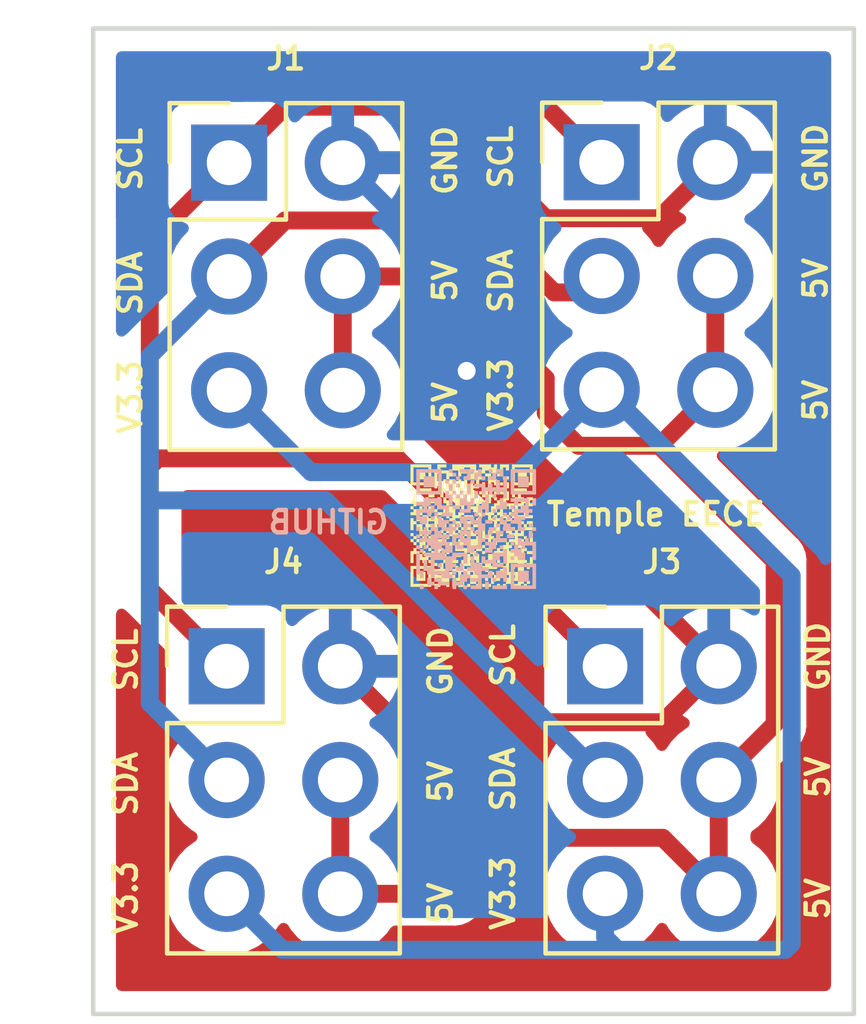
<source format=kicad_pcb>
(kicad_pcb (version 20211014) (generator pcbnew)
  (layers (0 "F.Cu" signal) (31 "B.Cu" signal) (34 "B.Paste" user) (35 "F.Paste" user) (36 "B.SilkS" user "B.Silkscreen") (37 "F.SilkS" user "F.Silkscreen") (38 "B.Mask" user) (39 "F.Mask" user) (44 "Edge.Cuts" user))
  (net 0 "")
  (net 1 "SDA")
  (net 2 "GND")
  (net 3 "5V")
  (net 4 "3.3V")
  (net 5 "SCL")
  (footprint "Connector_PinHeader_2.54mm:PinHeader_2x03_P2.54mm_Vertical" (layer "F.Cu") (at 111.4402 114.2388)
    (fp_text reference "J3" (at 1.27 -2.33) (layer "F.SilkS") (effects (font (size 0.5 0.5) (thickness 0.1))))
    (fp_text value "Conn_02x03_Odd_Even")
    (pad "1" thru_hole rect (at 0 0) (size 1.7 1.7) (drill 1) (layers *.Cu *.Mask) (net 5 "SCL"))
    (pad "2" thru_hole oval (at 2.54 0) (size 1.7 1.7) (drill 1) (layers *.Cu *.Mask) (net 2 "GND"))
    (pad "3" thru_hole oval (at 0 2.54) (size 1.7 1.7) (drill 1) (layers *.Cu *.Mask) (net 1 "SDA"))
    (pad "4" thru_hole oval (at 2.54 2.54) (size 1.7 1.7) (drill 1) (layers *.Cu *.Mask) (net 3 "5V"))
    (pad "5" thru_hole oval (at 0 5.08) (size 1.7 1.7) (drill 1) (layers *.Cu *.Mask) (net 4 "3.3V"))
    (pad "6" thru_hole oval (at 2.54 5.08) (size 1.7 1.7) (drill 1) (layers *.Cu *.Mask) (net 3 "5V"))
  )
  (footprint "Connector_PinHeader_2.54mm:PinHeader_2x03_P2.54mm_Vertical" (layer "F.Cu") (at 111.364 102.9866)
    (fp_text reference "J2" (at 1.27 -2.33) (layer "F.SilkS") (effects (font (size 0.5 0.5) (thickness 0.1))))
    (fp_text value "Conn_02x03_Odd_Even")
    (pad "1" thru_hole rect (at 0 0) (size 1.7 1.7) (drill 1) (layers *.Cu *.Mask) (net 5 "SCL"))
    (pad "2" thru_hole oval (at 2.54 0) (size 1.7 1.7) (drill 1) (layers *.Cu *.Mask) (net 2 "GND"))
    (pad "3" thru_hole oval (at 0 2.54) (size 1.7 1.7) (drill 1) (layers *.Cu *.Mask) (net 1 "SDA"))
    (pad "4" thru_hole oval (at 2.54 2.54) (size 1.7 1.7) (drill 1) (layers *.Cu *.Mask) (net 3 "5V"))
    (pad "5" thru_hole oval (at 0 5.08) (size 1.7 1.7) (drill 1) (layers *.Cu *.Mask) (net 4 "3.3V"))
    (pad "6" thru_hole oval (at 2.54 5.08) (size 1.7 1.7) (drill 1) (layers *.Cu *.Mask) (net 3 "5V"))
  )
  (footprint "Connector_PinHeader_2.54mm:PinHeader_2x03_P2.54mm_Vertical" (layer "F.Cu") (at 103.0378 102.997)
    (fp_text reference "J1" (at 1.27 -2.33) (layer "F.SilkS") (effects (font (size 0.5 0.5) (thickness 0.1))))
    (fp_text value "Conn_02x03_Odd_Even")
    (pad "1" thru_hole rect (at 0 0) (size 1.7 1.7) (drill 1) (layers *.Cu *.Mask) (net 5 "SCL"))
    (pad "2" thru_hole oval (at 2.54 0) (size 1.7 1.7) (drill 1) (layers *.Cu *.Mask) (net 2 "GND"))
    (pad "3" thru_hole oval (at 0 2.54) (size 1.7 1.7) (drill 1) (layers *.Cu *.Mask) (net 1 "SDA"))
    (pad "4" thru_hole oval (at 2.54 2.54) (size 1.7 1.7) (drill 1) (layers *.Cu *.Mask) (net 3 "5V"))
    (pad "5" thru_hole oval (at 0 5.08) (size 1.7 1.7) (drill 1) (layers *.Cu *.Mask) (net 4 "3.3V"))
    (pad "6" thru_hole oval (at 2.54 5.08) (size 1.7 1.7) (drill 1) (layers *.Cu *.Mask) (net 3 "5V"))
  )
  (footprint "Connector_PinHeader_2.54mm:PinHeader_2x03_P2.54mm_Vertical" (layer "F.Cu") (at 102.982 114.2388)
    (fp_text reference "J4" (at 1.27 -2.33) (layer "F.SilkS") (effects (font (size 0.5 0.5) (thickness 0.1))))
    (fp_text value "Conn_02x03_Odd_Even")
    (pad "1" thru_hole rect (at 0 0) (size 1.7 1.7) (drill 1) (layers *.Cu *.Mask) (net 5 "SCL"))
    (pad "2" thru_hole oval (at 2.54 0) (size 1.7 1.7) (drill 1) (layers *.Cu *.Mask) (net 2 "GND"))
    (pad "3" thru_hole oval (at 0 2.54) (size 1.7 1.7) (drill 1) (layers *.Cu *.Mask) (net 1 "SDA"))
    (pad "4" thru_hole oval (at 2.54 2.54) (size 1.7 1.7) (drill 1) (layers *.Cu *.Mask) (net 3 "5V"))
    (pad "5" thru_hole oval (at 0 5.08) (size 1.7 1.7) (drill 1) (layers *.Cu *.Mask) (net 4 "3.3V"))
    (pad "6" thru_hole oval (at 2.54 5.08) (size 1.7 1.7) (drill 1) (layers *.Cu *.Mask) (net 3 "5V"))
  )
  (footprint "Valve:Temple_3_3" (layer "F.Cu") (at 108.458 111.0996)
    (fp_text reference "Temple EECE" (at 4.1148 -0.254) (layer "F.SilkS") (effects (font (size 0.5 0.5) (thickness 0.1))))
    (fp_text value "MountingHole" hide)
  )
  (footprint "Valve:Git_3_3" (layer "B.Cu") (at 108.5596 111.1758 180)
    (fp_text reference "GITHUB" (at 3.302 0.1524) (layer "B.SilkS") (effects (font (size 0.5 0.5) (thickness 0.1)) (justify mirror)))
    (fp_text value "MountingHole" hide)
  )
  (gr_line (start 100 122) (end 100 100) (layer "Edge.Cuts") (width 0.1))
  (gr_line (start 117 100) (end 100 100) (layer "Edge.Cuts") (width 0.1))
  (gr_line (start 117 122) (end 100 122) (layer "Edge.Cuts") (width 0.1))
  (gr_line (start 117 100) (end 117 122) (layer "Edge.Cuts") (width 0.1))
  (gr_text "5V" (at 107.8638 108.3564 90) (layer "F.SilkS") (effects (font (size 0.5 0.5) (thickness 0.1))))
  (gr_text "5V" (at 116.195 116.713 90) (layer "F.SilkS") (effects (font (size 0.5 0.5) (thickness 0.1))))
  (gr_text "5V" (at 107.7622 116.8146 90) (layer "F.SilkS") (effects (font (size 0.5 0.5) (thickness 0.1))))
  (gr_text "V3.3" (at 109.1592 119.3038 90) (layer "F.SilkS") (effects (font (size 0.5 0.5) (thickness 0.1))))
  (gr_text "V3.3" (at 100.828 108.2294 90) (layer "F.SilkS") (effects (font (size 0.5 0.5) (thickness 0.1))))
  (gr_text "SCL\n" (at 109.1084 102.87 90) (layer "F.SilkS") (effects (font (size 0.5 0.5) (thickness 0.1))))
  (gr_text "V3.3" (at 100.7264 119.4054 90) (layer "F.SilkS") (effects (font (size 0.5 0.5) (thickness 0.1))))
  (gr_text "GND" (at 116.195 114.0206 90) (layer "F.SilkS") (effects (font (size 0.5 0.5) (thickness 0.1))))
  (gr_text "GND" (at 107.8638 102.9462 90) (layer "F.SilkS") (effects (font (size 0.5 0.5) (thickness 0.1))))
  (gr_text "5V" (at 116.1442 105.5878 90) (layer "F.SilkS") (effects (font (size 0.5 0.5) (thickness 0.1))))
  (gr_text "5V" (at 107.8638 105.6386 90) (layer "F.SilkS") (effects (font (size 0.5 0.5) (thickness 0.1))))
  (gr_text "SDA" (at 100.7264 116.8654 90) (layer "F.SilkS") (effects (font (size 0.5 0.5) (thickness 0.1))))
  (gr_text "SDA" (at 100.828 105.6894 90) (layer "F.SilkS") (effects (font (size 0.5 0.5) (thickness 0.1))))
  (gr_text "GND" (at 107.7622 114.1222 90) (layer "F.SilkS") (effects (font (size 0.5 0.5) (thickness 0.1))))
  (gr_text "SCL\n" (at 100.828 102.9208 90) (layer "F.SilkS") (effects (font (size 0.5 0.5) (thickness 0.1))))
  (gr_text "5V" (at 116.195 119.4308 90) (layer "F.SilkS") (effects (font (size 0.5 0.5) (thickness 0.1))))
  (gr_text "SDA" (at 109.1084 105.6386 90) (layer "F.SilkS") (effects (font (size 0.5 0.5) (thickness 0.1))))
  (gr_text "GND" (at 116.1442 102.8954 90) (layer "F.SilkS") (effects (font (size 0.5 0.5) (thickness 0.1))))
  (gr_text "5V" (at 116.1442 108.3056 90) (layer "F.SilkS") (effects (font (size 0.5 0.5) (thickness 0.1))))
  (gr_text "5V" (at 107.7622 119.5324 90) (layer "F.SilkS") (effects (font (size 0.5 0.5) (thickness 0.1))))
  (gr_text "SCL\n" (at 109.1592 113.9952 90) (layer "F.SilkS") (effects (font (size 0.5 0.5) (thickness 0.1))))
  (gr_text "SCL\n" (at 100.7264 114.0968 90) (layer "F.SilkS") (effects (font (size 0.5 0.5) (thickness 0.1))))
  (gr_text "SDA" (at 109.1592 116.7638 90) (layer "F.SilkS") (effects (font (size 0.5 0.5) (thickness 0.1))))
  (gr_text "V3.3" (at 109.1084 108.1786 90) (layer "F.SilkS") (effects (font (size 0.5 0.5) (thickness 0.1))))
  (segment (start 110.3022 105.8926) (end 110.998 105.8926) (width 0.4) (layer "F.Cu") (net 1))
  (segment (start 108.6966 104.287) (end 110.3022 105.8926) (width 0.4) (layer "F.Cu") (net 1))
  (segment (start 104.2878 104.287) (end 108.6966 104.287) (width 0.4) (layer "F.Cu") (net 1))
  (segment (start 110.998 105.8926) (end 111.364 105.5266) (width 0.4) (layer "F.Cu") (net 1))
  (segment (start 103.0378 105.537) (end 104.2878 104.287) (width 0.4) (layer "F.Cu") (net 1))
  (segment (start 103.0378 105.537) (end 101.264225 107.310575) (width 0.4) (layer "B.Cu") (net 1))
  (segment (start 101.264225 115.061025) (end 102.982 116.7788) (width 0.4) (layer "B.Cu") (net 1))
  (segment (start 101.264225 107.310575) (end 101.264225 115.061025) (width 0.4) (layer "B.Cu") (net 1))
  (segment (start 105.197775 110.536375) (end 101.264225 110.536375) (width 0.4) (layer "B.Cu") (net 1))
  (segment (start 111.4402 116.7788) (end 105.197775 110.536375) (width 0.4) (layer "B.Cu") (net 1))
  (segment (start 108.3464 108.605) (end 113.9802 114.2388) (width 0.4) (layer "F.Cu") (net 2))
  (segment (start 105.5778 102.997) (end 108.8744 102.997) (width 0.4) (layer "F.Cu") (net 2))
  (segment (start 106.772 115.4888) (end 112.7302 115.4888) (width 0.4) (layer "F.Cu") (net 2))
  (segment (start 112.7302 115.4888) (end 113.9802 114.2388) (width 0.4) (layer "F.Cu") (net 2))
  (segment (start 112.654 104.2366) (end 113.904 102.9866) (width 0.4) (layer "F.Cu") (net 2))
  (segment (start 108.3464 107.6452) (end 108.3464 108.605) (width 0.4) (layer "F.Cu") (net 2))
  (segment (start 105.522 114.2388) (end 106.772 115.4888) (width 0.4) (layer "F.Cu") (net 2))
  (segment (start 108.8744 102.997) (end 110.114 104.2366) (width 0.4) (layer "F.Cu") (net 2))
  (segment (start 110.114 104.2366) (end 112.654 104.2366) (width 0.4) (layer "F.Cu") (net 2))
  (via (at 108.3464 107.6452) (size 0.8) (drill 0.4) (layers "F.Cu" "B.Cu") (net 2))
  (segment (start 105.5778 102.997) (end 108.3464 105.7656) (width 0.4) (layer "B.Cu") (net 2))
  (segment (start 108.3464 105.7656) (end 108.3464 107.6452) (width 0.4) (layer "B.Cu") (net 2))
  (segment (start 112.654 109.3166) (end 115.2302 111.8928) (width 0.4) (layer "F.Cu") (net 3))
  (segment (start 110.846233 109.3166) (end 112.654 109.3166) (width 0.4) (layer "F.Cu") (net 3))
  (segment (start 113.904 108.0666) (end 113.904 105.5266) (width 0.4) (layer "F.Cu") (net 3))
  (segment (start 107.8384 105.537) (end 110.114 107.8126) (width 0.4) (layer "F.Cu") (net 3))
  (segment (start 113.9802 119.3188) (end 113.9802 116.7788) (width 0.4) (layer "F.Cu") (net 3))
  (segment (start 105.522 116.7788) (end 105.522 119.3188) (width 0.4) (layer "F.Cu") (net 3))
  (segment (start 105.5778 105.537) (end 105.5778 108.077) (width 0.4) (layer "F.Cu") (net 3))
  (segment (start 112.7302 118.0688) (end 113.9802 119.3188) (width 0.4) (layer "F.Cu") (net 3))
  (segment (start 105.5778 105.537) (end 107.8384 105.537) (width 0.4) (layer "F.Cu") (net 3))
  (segment (start 110.114 107.8126) (end 110.114 108.584367) (width 0.4) (layer "F.Cu") (net 3))
  (segment (start 110.114 108.584367) (end 110.846233 109.3166) (width 0.4) (layer "F.Cu") (net 3))
  (segment (start 115.2302 115.5288) (end 113.9802 116.7788) (width 0.4) (layer "F.Cu") (net 3))
  (segment (start 112.654 109.3166) (end 113.904 108.0666) (width 0.4) (layer "F.Cu") (net 3))
  (segment (start 108.052 119.3188) (end 109.302 118.0688) (width 0.4) (layer "F.Cu") (net 3))
  (segment (start 115.2302 111.8928) (end 115.2302 115.5288) (width 0.4) (layer "F.Cu") (net 3))
  (segment (start 105.522 119.3188) (end 108.052 119.3188) (width 0.4) (layer "F.Cu") (net 3))
  (segment (start 109.302 118.0688) (end 112.7302 118.0688) (width 0.4) (layer "F.Cu") (net 3))
  (segment (start 111.4402 119.3188) (end 111.4402 120.2894) (width 0.4) (layer "B.Cu") (net 4))
  (segment (start 109.5248 109.9058) (end 111.364 108.0666) (width 0.4) (layer "B.Cu") (net 4))
  (segment (start 115.6108 112.2172) (end 111.4602 108.0666) (width 0.4) (layer "B.Cu") (net 4))
  (segment (start 115.473776 120.5688) (end 115.6108 120.431776) (width 0.4) (layer "B.Cu") (net 4))
  (segment (start 111.4602 108.0666) (end 111.364 108.0666) (width 0.4) (layer "B.Cu") (net 4))
  (segment (start 104.232 120.5688) (end 111.7196 120.5688) (width 0.4) (layer "B.Cu") (net 4))
  (segment (start 104.8666 109.9058) (end 109.5248 109.9058) (width 0.4) (layer "B.Cu") (net 4))
  (segment (start 103.0378 108.077) (end 104.8666 109.9058) (width 0.4) (layer "B.Cu") (net 4))
  (segment (start 111.4402 120.2894) (end 111.7196 120.5688) (width 0.4) (layer "B.Cu") (net 4))
  (segment (start 111.7196 120.5688) (end 115.473776 120.5688) (width 0.4) (layer "B.Cu") (net 4))
  (segment (start 102.982 119.3188) (end 104.232 120.5688) (width 0.4) (layer "B.Cu") (net 4))
  (segment (start 115.6108 120.431776) (end 115.6108 112.2172) (width 0.4) (layer "B.Cu") (net 4))
  (segment (start 101.264225 109.783225) (end 101.264225 112.521025) (width 0.4) (layer "F.Cu") (net 5))
  (segment (start 101.264225 104.770575) (end 101.264225 109.783225) (width 0.4) (layer "F.Cu") (net 5))
  (segment (start 110.1244 101.747) (end 104.2878 101.747) (width 0.4) (layer "F.Cu") (net 5))
  (segment (start 101.264225 112.521025) (end 102.982 114.2388) (width 0.4) (layer "F.Cu") (net 5))
  (segment (start 111.364 102.9866) (end 110.1244 101.747) (width 0.4) (layer "F.Cu") (net 5))
  (segment (start 101.448962 109.598488) (end 101.264225 109.783225) (width 0.4) (layer "F.Cu") (net 5))
  (segment (start 104.2878 101.747) (end 103.0378 102.997) (width 0.4) (layer "F.Cu") (net 5))
  (segment (start 103.0378 102.997) (end 101.264225 104.770575) (width 0.4) (layer "F.Cu") (net 5))
  (segment (start 111.4402 114.2388) (end 106.799888 109.598488) (width 0.4) (layer "F.Cu") (net 5))
  (segment (start 106.799888 109.598488) (end 101.448962 109.598488) (width 0.4) (layer "F.Cu") (net 5))
  (zone (net 2) (net_name "GND") (layers F&B.Cu) (connect_pads (clearance 0.508)) (min_thickness 0.254) (fill yes (thermal_gap 0.508) (thermal_bridge_width 0.508))
    (polygon (pts (xy 97.917 100.6348) (xy 99.745467 99.441) (xy 117.2718 99.7204) (xy 117.221 122.2248) (xy 99.7712 122.2248) (xy 99.745467 99.441) (xy 99.6442 99.441) (xy 99.7458 99.3648)))
  )
)
</source>
